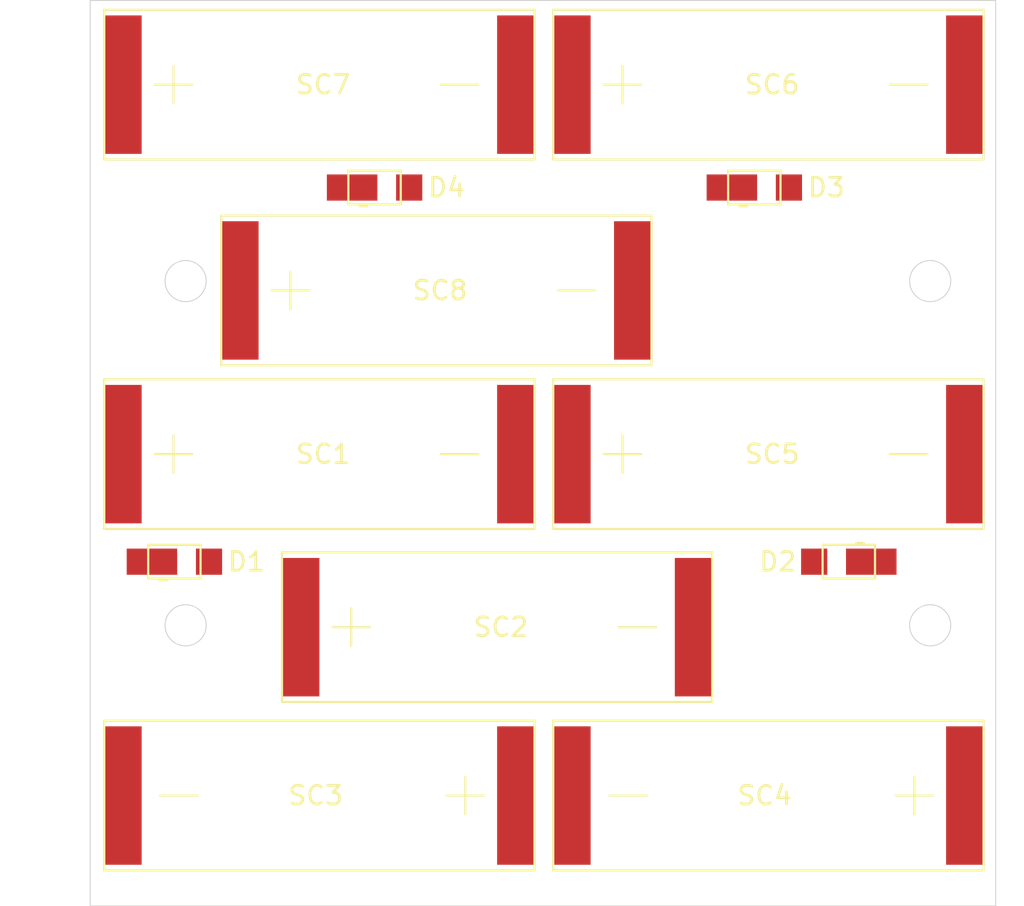
<source format=kicad_pcb>
(kicad_pcb (version 20171130) (host pcbnew "(5.1.4)-1")

  (general
    (thickness 1.6)
    (drawings 8)
    (tracks 0)
    (zones 0)
    (modules 12)
    (nets 6)
  )

  (page A4)
  (layers
    (0 F.Cu signal)
    (1 In1.Cu signal)
    (2 In2.Cu signal)
    (3 In3.Cu signal)
    (4 In4.Cu signal)
    (31 B.Cu signal)
    (32 B.Adhes user)
    (33 F.Adhes user)
    (34 B.Paste user)
    (35 F.Paste user)
    (36 B.SilkS user)
    (37 F.SilkS user)
    (38 B.Mask user)
    (39 F.Mask user)
    (40 Dwgs.User user)
    (41 Cmts.User user)
    (42 Eco1.User user)
    (43 Eco2.User user)
    (44 Edge.Cuts user)
    (45 Margin user)
    (46 B.CrtYd user)
    (47 F.CrtYd user)
    (48 B.Fab user)
    (49 F.Fab user)
  )

  (setup
    (last_trace_width 0.25)
    (user_trace_width 0.127)
    (user_trace_width 0.5)
    (user_trace_width 1)
    (trace_clearance 0.2)
    (zone_clearance 0.508)
    (zone_45_only no)
    (trace_min 0.2)
    (via_size 0.8)
    (via_drill 0.4)
    (via_min_size 0.4)
    (via_min_drill 0.3)
    (uvia_size 0.3)
    (uvia_drill 0.1)
    (uvias_allowed no)
    (uvia_min_size 0.2)
    (uvia_min_drill 0.1)
    (edge_width 0.05)
    (segment_width 0.2)
    (pcb_text_width 0.3)
    (pcb_text_size 1.5 1.5)
    (mod_edge_width 0.12)
    (mod_text_size 1 1)
    (mod_text_width 0.15)
    (pad_size 2.7 1.4)
    (pad_drill 0)
    (pad_to_mask_clearance 0.051)
    (solder_mask_min_width 0.25)
    (aux_axis_origin 0 0)
    (visible_elements 7FFFFFFF)
    (pcbplotparams
      (layerselection 0x010fc_ffffffff)
      (usegerberextensions false)
      (usegerberattributes false)
      (usegerberadvancedattributes false)
      (creategerberjobfile false)
      (excludeedgelayer true)
      (linewidth 0.100000)
      (plotframeref false)
      (viasonmask false)
      (mode 1)
      (useauxorigin false)
      (hpglpennumber 1)
      (hpglpenspeed 20)
      (hpglpendiameter 15.000000)
      (psnegative false)
      (psa4output false)
      (plotreference true)
      (plotvalue true)
      (plotinvisibletext false)
      (padsonsilk false)
      (subtractmaskfromsilk false)
      (outputformat 1)
      (mirror false)
      (drillshape 1)
      (scaleselection 1)
      (outputdirectory ""))
  )

  (net 0 "")
  (net 1 "Net-(D1-Pad2)")
  (net 2 "Net-(D1-Pad1)")
  (net 3 "Net-(D2-Pad1)")
  (net 4 "Net-(D3-Pad1)")
  (net 5 "Net-(D4-Pad1)")

  (net_class Default "This is the default net class."
    (clearance 0.2)
    (trace_width 0.25)
    (via_dia 0.8)
    (via_drill 0.4)
    (uvia_dia 0.3)
    (uvia_drill 0.1)
    (add_net "Net-(D1-Pad1)")
    (add_net "Net-(D1-Pad2)")
    (add_net "Net-(D2-Pad1)")
    (add_net "Net-(D3-Pad1)")
    (add_net "Net-(D4-Pad1)")
  )

  (module SolarCellX:KXOB25-05X3F (layer F.Cu) (tedit 5DADF49B) (tstamp 5DAEAB85)
    (at 98 55.5)
    (path /5DAF4610)
    (fp_text reference SC8 (at 10.7 0) (layer F.SilkS)
      (effects (font (size 1 1) (thickness 0.15)))
    )
    (fp_text value KXOB25-05X3F (at 10.3 -2) (layer F.Fab)
      (effects (font (size 1 1) (thickness 0.15)))
    )
    (fp_line (start 17 0) (end 19 0) (layer F.SilkS) (width 0.12))
    (fp_line (start 1.7 0) (end 3.7 0) (layer F.SilkS) (width 0.12))
    (fp_line (start 2.7 -1) (end 2.7 1) (layer F.SilkS) (width 0.12))
    (fp_line (start -1 4) (end -1 -4) (layer F.SilkS) (width 0.12))
    (fp_line (start 22 4) (end -1 4) (layer F.SilkS) (width 0.12))
    (fp_line (start 22 -4) (end 22 4) (layer F.SilkS) (width 0.12))
    (fp_line (start -1 -4) (end 22 -4) (layer F.SilkS) (width 0.12))
    (pad 2 smd rect (at 21 0) (size 2 7.4) (layers F.Cu F.Paste F.Mask)
      (net 4 "Net-(D3-Pad1)"))
    (pad 1 smd rect (at 0 0) (size 2 7.4) (layers F.Cu F.Paste F.Mask)
      (net 5 "Net-(D4-Pad1)"))
  )

  (module SolarCellX:KXOB25-05X3F (layer F.Cu) (tedit 5DADF49B) (tstamp 5DAEB173)
    (at 91.75 44.5)
    (path /5DAF4616)
    (fp_text reference SC7 (at 10.7 0) (layer F.SilkS)
      (effects (font (size 1 1) (thickness 0.15)))
    )
    (fp_text value KXOB25-05X3F (at 10.3 -1.5) (layer F.Fab)
      (effects (font (size 1 1) (thickness 0.15)))
    )
    (fp_line (start 17 0) (end 19 0) (layer F.SilkS) (width 0.12))
    (fp_line (start 1.7 0) (end 3.7 0) (layer F.SilkS) (width 0.12))
    (fp_line (start 2.7 -1) (end 2.7 1) (layer F.SilkS) (width 0.12))
    (fp_line (start -1 4) (end -1 -4) (layer F.SilkS) (width 0.12))
    (fp_line (start 22 4) (end -1 4) (layer F.SilkS) (width 0.12))
    (fp_line (start 22 -4) (end 22 4) (layer F.SilkS) (width 0.12))
    (fp_line (start -1 -4) (end 22 -4) (layer F.SilkS) (width 0.12))
    (pad 2 smd rect (at 21 0) (size 2 7.4) (layers F.Cu F.Paste F.Mask)
      (net 4 "Net-(D3-Pad1)"))
    (pad 1 smd rect (at 0 0) (size 2 7.4) (layers F.Cu F.Paste F.Mask)
      (net 5 "Net-(D4-Pad1)"))
  )

  (module "SolarCellX:SB Diode" (layer F.Cu) (tedit 5DADF414) (tstamp 5DAEAADB)
    (at 105.2 50)
    (path /5DAF461C)
    (fp_text reference D4 (at 3.85 0) (layer F.SilkS)
      (effects (font (size 1 1) (thickness 0.15)))
    )
    (fp_text value SBDiode (at -6.15 0) (layer F.Fab)
      (effects (font (size 1 1) (thickness 0.15)))
    )
    (fp_line (start -0.8 1) (end -0.4 1) (layer F.SilkS) (width 0.12))
    (fp_line (start -1.4 -0.9) (end 1.4 -0.9) (layer F.SilkS) (width 0.12))
    (fp_line (start -1.4 0.9) (end -1.4 -0.9) (layer F.SilkS) (width 0.12))
    (fp_line (start 1.4 0.9) (end -1.4 0.9) (layer F.SilkS) (width 0.12))
    (fp_line (start 1.4 -0.9) (end 1.4 0.9) (layer F.SilkS) (width 0.12))
    (pad 2 smd rect (at 1.85 0) (size 1.4 1.4) (layers F.Cu F.Paste F.Mask)
      (net 4 "Net-(D3-Pad1)"))
    (pad 1 smd rect (at -1.2 0) (size 2.7 1.4) (layers F.Cu F.Paste F.Mask)
      (net 5 "Net-(D4-Pad1)"))
  )

  (module SolarCellX:KXOB25-05X3F (layer F.Cu) (tedit 5DADF49B) (tstamp 5DAEA8D9)
    (at 101.25 73.5)
    (path /5DAE7285)
    (fp_text reference SC2 (at 10.7 0) (layer F.SilkS)
      (effects (font (size 1 1) (thickness 0.15)))
    )
    (fp_text value KXOB25-05X3F (at 10.3 -1.5) (layer F.Fab)
      (effects (font (size 1 1) (thickness 0.15)))
    )
    (fp_line (start 17 0) (end 19 0) (layer F.SilkS) (width 0.12))
    (fp_line (start 1.7 0) (end 3.7 0) (layer F.SilkS) (width 0.12))
    (fp_line (start 2.7 -1) (end 2.7 1) (layer F.SilkS) (width 0.12))
    (fp_line (start -1 4) (end -1 -4) (layer F.SilkS) (width 0.12))
    (fp_line (start 22 4) (end -1 4) (layer F.SilkS) (width 0.12))
    (fp_line (start 22 -4) (end 22 4) (layer F.SilkS) (width 0.12))
    (fp_line (start -1 -4) (end 22 -4) (layer F.SilkS) (width 0.12))
    (pad 2 smd rect (at 21 0) (size 2 7.4) (layers F.Cu F.Paste F.Mask)
      (net 1 "Net-(D1-Pad2)"))
    (pad 1 smd rect (at 0 0) (size 2 7.4) (layers F.Cu F.Paste F.Mask)
      (net 2 "Net-(D1-Pad1)"))
  )

  (module SolarCellX:KXOB25-05X3F (layer F.Cu) (tedit 5DADF49B) (tstamp 5DAEA8CC)
    (at 136.75 82.5 180)
    (path /5DAE6992)
    (fp_text reference SC4 (at 10.7 0 180) (layer F.SilkS)
      (effects (font (size 1 1) (thickness 0.15)))
    )
    (fp_text value KXOB25-05X3F (at 10.3 -1.5) (layer F.Fab)
      (effects (font (size 1 1) (thickness 0.15)))
    )
    (fp_line (start 17 0) (end 19 0) (layer F.SilkS) (width 0.12))
    (fp_line (start 1.7 0) (end 3.7 0) (layer F.SilkS) (width 0.12))
    (fp_line (start 2.7 -1) (end 2.7 1) (layer F.SilkS) (width 0.12))
    (fp_line (start -1 4) (end -1 -4) (layer F.SilkS) (width 0.12))
    (fp_line (start 22 4) (end -1 4) (layer F.SilkS) (width 0.12))
    (fp_line (start 22 -4) (end 22 4) (layer F.SilkS) (width 0.12))
    (fp_line (start -1 -4) (end 22 -4) (layer F.SilkS) (width 0.12))
    (pad 2 smd rect (at 21 0 180) (size 2 7.4) (layers F.Cu F.Paste F.Mask)
      (net 2 "Net-(D1-Pad1)"))
    (pad 1 smd rect (at 0 0 180) (size 2 7.4) (layers F.Cu F.Paste F.Mask)
      (net 3 "Net-(D2-Pad1)"))
  )

  (module SolarCellX:KXOB25-05X3F (layer F.Cu) (tedit 5DADF49B) (tstamp 5DAEA8BF)
    (at 115.75 44.5)
    (path /5DAE79B4)
    (fp_text reference SC6 (at 10.7 0) (layer F.SilkS)
      (effects (font (size 1 1) (thickness 0.15)))
    )
    (fp_text value KXOB25-05X3F (at 10.5 -1.5) (layer F.Fab)
      (effects (font (size 1 1) (thickness 0.15)))
    )
    (fp_line (start 17 0) (end 19 0) (layer F.SilkS) (width 0.12))
    (fp_line (start 1.7 0) (end 3.7 0) (layer F.SilkS) (width 0.12))
    (fp_line (start 2.7 -1) (end 2.7 1) (layer F.SilkS) (width 0.12))
    (fp_line (start -1 4) (end -1 -4) (layer F.SilkS) (width 0.12))
    (fp_line (start 22 4) (end -1 4) (layer F.SilkS) (width 0.12))
    (fp_line (start 22 -4) (end 22 4) (layer F.SilkS) (width 0.12))
    (fp_line (start -1 -4) (end 22 -4) (layer F.SilkS) (width 0.12))
    (pad 2 smd rect (at 21 0) (size 2 7.4) (layers F.Cu F.Paste F.Mask)
      (net 3 "Net-(D2-Pad1)"))
    (pad 1 smd rect (at 0 0) (size 2 7.4) (layers F.Cu F.Paste F.Mask)
      (net 4 "Net-(D3-Pad1)"))
  )

  (module SolarCellX:KXOB25-05X3F (layer F.Cu) (tedit 5DADF49B) (tstamp 5DAEA8B2)
    (at 91.75 64.25)
    (path /5DAE6E79)
    (fp_text reference SC1 (at 10.7 0) (layer F.SilkS)
      (effects (font (size 1 1) (thickness 0.15)))
    )
    (fp_text value KXOB25-05X3F (at 10.3 -1.5) (layer F.Fab)
      (effects (font (size 1 1) (thickness 0.15)))
    )
    (fp_line (start 17 0) (end 19 0) (layer F.SilkS) (width 0.12))
    (fp_line (start 1.7 0) (end 3.7 0) (layer F.SilkS) (width 0.12))
    (fp_line (start 2.7 -1) (end 2.7 1) (layer F.SilkS) (width 0.12))
    (fp_line (start -1 4) (end -1 -4) (layer F.SilkS) (width 0.12))
    (fp_line (start 22 4) (end -1 4) (layer F.SilkS) (width 0.12))
    (fp_line (start 22 -4) (end 22 4) (layer F.SilkS) (width 0.12))
    (fp_line (start -1 -4) (end 22 -4) (layer F.SilkS) (width 0.12))
    (pad 2 smd rect (at 21 0) (size 2 7.4) (layers F.Cu F.Paste F.Mask)
      (net 1 "Net-(D1-Pad2)"))
    (pad 1 smd rect (at 0 0) (size 2 7.4) (layers F.Cu F.Paste F.Mask)
      (net 2 "Net-(D1-Pad1)"))
  )

  (module SolarCellX:KXOB25-05X3F (layer F.Cu) (tedit 5DADF49B) (tstamp 5DAEA8A5)
    (at 115.75 64.25)
    (path /5DAE788A)
    (fp_text reference SC5 (at 10.7 0) (layer F.SilkS)
      (effects (font (size 1 1) (thickness 0.15)))
    )
    (fp_text value KXOB25-05X3F (at 10.3 -1.5) (layer F.Fab)
      (effects (font (size 1 1) (thickness 0.15)))
    )
    (fp_line (start 17 0) (end 19 0) (layer F.SilkS) (width 0.12))
    (fp_line (start 1.7 0) (end 3.7 0) (layer F.SilkS) (width 0.12))
    (fp_line (start 2.7 -1) (end 2.7 1) (layer F.SilkS) (width 0.12))
    (fp_line (start -1 4) (end -1 -4) (layer F.SilkS) (width 0.12))
    (fp_line (start 22 4) (end -1 4) (layer F.SilkS) (width 0.12))
    (fp_line (start 22 -4) (end 22 4) (layer F.SilkS) (width 0.12))
    (fp_line (start -1 -4) (end 22 -4) (layer F.SilkS) (width 0.12))
    (pad 2 smd rect (at 21 0) (size 2 7.4) (layers F.Cu F.Paste F.Mask)
      (net 3 "Net-(D2-Pad1)"))
    (pad 1 smd rect (at 0 0) (size 2 7.4) (layers F.Cu F.Paste F.Mask)
      (net 4 "Net-(D3-Pad1)"))
  )

  (module SolarCellX:KXOB25-05X3F (layer F.Cu) (tedit 5DADF49B) (tstamp 5DAEA898)
    (at 112.75 82.5 180)
    (path /5DADFBE5)
    (fp_text reference SC3 (at 10.7 0) (layer F.SilkS)
      (effects (font (size 1 1) (thickness 0.15)))
    )
    (fp_text value KXOB25-05X3F (at 10 -2) (layer F.Fab)
      (effects (font (size 1 1) (thickness 0.15)))
    )
    (fp_line (start 17 0) (end 19 0) (layer F.SilkS) (width 0.12))
    (fp_line (start 1.7 0) (end 3.7 0) (layer F.SilkS) (width 0.12))
    (fp_line (start 2.7 -1) (end 2.7 1) (layer F.SilkS) (width 0.12))
    (fp_line (start -1 4) (end -1 -4) (layer F.SilkS) (width 0.12))
    (fp_line (start 22 4) (end -1 4) (layer F.SilkS) (width 0.12))
    (fp_line (start 22 -4) (end 22 4) (layer F.SilkS) (width 0.12))
    (fp_line (start -1 -4) (end 22 -4) (layer F.SilkS) (width 0.12))
    (pad 2 smd rect (at 21 0 180) (size 2 7.4) (layers F.Cu F.Paste F.Mask)
      (net 2 "Net-(D1-Pad1)"))
    (pad 1 smd rect (at 0 0 180) (size 2 7.4) (layers F.Cu F.Paste F.Mask)
      (net 3 "Net-(D2-Pad1)"))
  )

  (module "SolarCellX:SB Diode" (layer F.Cu) (tedit 5DAE3646) (tstamp 5DAEA88B)
    (at 94.5 70)
    (path /5DAE9C11)
    (fp_text reference D1 (at 3.85 0) (layer F.SilkS)
      (effects (font (size 1 1) (thickness 0.15)))
    )
    (fp_text value SBDiode (at -6.15 0) (layer F.Fab)
      (effects (font (size 1 1) (thickness 0.15)))
    )
    (fp_line (start -0.8 1) (end -0.4 1) (layer F.SilkS) (width 0.12))
    (fp_line (start -1.4 -0.9) (end 1.4 -0.9) (layer F.SilkS) (width 0.12))
    (fp_line (start -1.4 0.9) (end -1.4 -0.9) (layer F.SilkS) (width 0.12))
    (fp_line (start 1.4 0.9) (end -1.4 0.9) (layer F.SilkS) (width 0.12))
    (fp_line (start 1.4 -0.9) (end 1.4 0.9) (layer F.SilkS) (width 0.12))
    (pad 2 smd rect (at 1.85 0) (size 1.4 1.4) (layers F.Cu F.Paste F.Mask)
      (net 1 "Net-(D1-Pad2)"))
    (pad 1 smd rect (at -1.2 0) (size 2.7 1.4) (layers F.Cu F.Paste F.Mask)
      (net 2 "Net-(D1-Pad1)"))
  )

  (module "SolarCellX:SB Diode" (layer F.Cu) (tedit 5DADF414) (tstamp 5DAEA880)
    (at 130.55 70 180)
    (path /5DAE97C8)
    (fp_text reference D2 (at 3.8 0) (layer F.SilkS)
      (effects (font (size 1 1) (thickness 0.15)))
    )
    (fp_text value SBDiode (at -6.2 0) (layer F.Fab)
      (effects (font (size 1 1) (thickness 0.15)))
    )
    (fp_line (start -0.8 1) (end -0.4 1) (layer F.SilkS) (width 0.12))
    (fp_line (start -1.4 -0.9) (end 1.4 -0.9) (layer F.SilkS) (width 0.12))
    (fp_line (start -1.4 0.9) (end -1.4 -0.9) (layer F.SilkS) (width 0.12))
    (fp_line (start 1.4 0.9) (end -1.4 0.9) (layer F.SilkS) (width 0.12))
    (fp_line (start 1.4 -0.9) (end 1.4 0.9) (layer F.SilkS) (width 0.12))
    (pad 2 smd rect (at 1.85 0 180) (size 1.4 1.4) (layers F.Cu F.Paste F.Mask)
      (net 2 "Net-(D1-Pad1)"))
    (pad 1 smd rect (at -1.2 0 180) (size 2.7 1.4) (layers F.Cu F.Paste F.Mask)
      (net 3 "Net-(D2-Pad1)"))
  )

  (module "SolarCellX:SB Diode" (layer F.Cu) (tedit 5DADF414) (tstamp 5DAEA875)
    (at 125.5 50)
    (path /5DAE8800)
    (fp_text reference D3 (at 3.85 0) (layer F.SilkS)
      (effects (font (size 1 1) (thickness 0.15)))
    )
    (fp_text value SBDiode (at -6.15 0) (layer F.Fab)
      (effects (font (size 1 1) (thickness 0.15)))
    )
    (fp_line (start -0.8 1) (end -0.4 1) (layer F.SilkS) (width 0.12))
    (fp_line (start -1.4 -0.9) (end 1.4 -0.9) (layer F.SilkS) (width 0.12))
    (fp_line (start -1.4 0.9) (end -1.4 -0.9) (layer F.SilkS) (width 0.12))
    (fp_line (start 1.4 0.9) (end -1.4 0.9) (layer F.SilkS) (width 0.12))
    (fp_line (start 1.4 -0.9) (end 1.4 0.9) (layer F.SilkS) (width 0.12))
    (pad 2 smd rect (at 1.85 0) (size 1.4 1.4) (layers F.Cu F.Paste F.Mask)
      (net 3 "Net-(D2-Pad1)"))
    (pad 1 smd rect (at -1.2 0) (size 2.7 1.4) (layers F.Cu F.Paste F.Mask)
      (net 4 "Net-(D3-Pad1)"))
  )

  (gr_circle (center 95.1 73.4) (end 96.2 73.4) (layer Edge.Cuts) (width 0.05))
  (gr_circle (center 134.9 73.4) (end 136 73.4) (layer Edge.Cuts) (width 0.05))
  (gr_circle (center 134.9 55) (end 136 55) (layer Edge.Cuts) (width 0.05))
  (gr_circle (center 95.1 55) (end 96.2 55) (layer Edge.Cuts) (width 0.05))
  (gr_line (start 138.4 88.4) (end 90 88.4) (layer Edge.Cuts) (width 0.05))
  (gr_line (start 90 88.4) (end 90 40) (layer Edge.Cuts) (width 0.05) (tstamp 5DAE3ED1))
  (gr_line (start 138.4 40) (end 138.4 88.4) (layer Edge.Cuts) (width 0.05))
  (gr_line (start 90 40) (end 138.4 40) (layer Edge.Cuts) (width 0.05))

)

</source>
